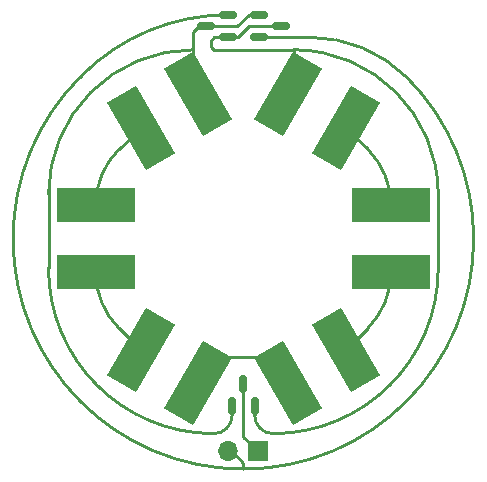
<source format=gbr>
%TF.GenerationSoftware,KiCad,Pcbnew,7.0.10-7.0.10~ubuntu20.04.1*%
%TF.CreationDate,2024-03-10T21:21:06+02:00*%
%TF.ProjectId,ReceiverSampleBoard,52656365-6976-4657-9253-616d706c6542,rev?*%
%TF.SameCoordinates,Original*%
%TF.FileFunction,Copper,L1,Top*%
%TF.FilePolarity,Positive*%
%FSLAX46Y46*%
G04 Gerber Fmt 4.6, Leading zero omitted, Abs format (unit mm)*
G04 Created by KiCad (PCBNEW 7.0.10-7.0.10~ubuntu20.04.1) date 2024-03-10 21:21:06*
%MOMM*%
%LPD*%
G01*
G04 APERTURE LIST*
G04 Aperture macros list*
%AMRoundRect*
0 Rectangle with rounded corners*
0 $1 Rounding radius*
0 $2 $3 $4 $5 $6 $7 $8 $9 X,Y pos of 4 corners*
0 Add a 4 corners polygon primitive as box body*
4,1,4,$2,$3,$4,$5,$6,$7,$8,$9,$2,$3,0*
0 Add four circle primitives for the rounded corners*
1,1,$1+$1,$2,$3*
1,1,$1+$1,$4,$5*
1,1,$1+$1,$6,$7*
1,1,$1+$1,$8,$9*
0 Add four rect primitives between the rounded corners*
20,1,$1+$1,$2,$3,$4,$5,0*
20,1,$1+$1,$4,$5,$6,$7,0*
20,1,$1+$1,$6,$7,$8,$9,0*
20,1,$1+$1,$8,$9,$2,$3,0*%
%AMRotRect*
0 Rectangle, with rotation*
0 The origin of the aperture is its center*
0 $1 length*
0 $2 width*
0 $3 Rotation angle, in degrees counterclockwise*
0 Add horizontal line*
21,1,$1,$2,0,0,$3*%
G04 Aperture macros list end*
%TA.AperFunction,SMDPad,CuDef*%
%ADD10RotRect,6.600000X2.850000X120.000000*%
%TD*%
%TA.AperFunction,SMDPad,CuDef*%
%ADD11R,6.600000X2.850000*%
%TD*%
%TA.AperFunction,SMDPad,CuDef*%
%ADD12RoundRect,0.150000X0.150000X-0.587500X0.150000X0.587500X-0.150000X0.587500X-0.150000X-0.587500X0*%
%TD*%
%TA.AperFunction,SMDPad,CuDef*%
%ADD13RotRect,6.600000X2.850000X240.000000*%
%TD*%
%TA.AperFunction,ComponentPad*%
%ADD14R,1.700000X1.700000*%
%TD*%
%TA.AperFunction,ComponentPad*%
%ADD15O,1.700000X1.700000*%
%TD*%
%TA.AperFunction,SMDPad,CuDef*%
%ADD16RoundRect,0.150000X-0.587500X-0.150000X0.587500X-0.150000X0.587500X0.150000X-0.587500X0.150000X0*%
%TD*%
%TA.AperFunction,SMDPad,CuDef*%
%ADD17RotRect,6.600000X2.850000X300.000000*%
%TD*%
%TA.AperFunction,SMDPad,CuDef*%
%ADD18RotRect,6.600000X2.850000X60.000000*%
%TD*%
%TA.AperFunction,SMDPad,CuDef*%
%ADD19RoundRect,0.150000X0.587500X0.150000X-0.587500X0.150000X-0.587500X-0.150000X0.587500X-0.150000X0*%
%TD*%
%TA.AperFunction,Conductor*%
%ADD20C,0.250000*%
%TD*%
G04 APERTURE END LIST*
D10*
%TO.P,L1,1,1*%
%TO.N,Net-(Q1-G)*%
X96192466Y-87764523D03*
%TO.P,L1,2,2*%
%TO.N,Net-(L1-Pad2)*%
X91299422Y-90589523D03*
%TD*%
D11*
%TO.P,L2,1,1*%
%TO.N,Net-(L1-Pad2)*%
X87491889Y-97179682D03*
%TO.P,L2,2,2*%
%TO.N,Net-(L2-Pad2)*%
X87491889Y-102829682D03*
%TD*%
D12*
%TO.P,D1,1*%
%TO.N,Net-(Q1-G)*%
X99050000Y-114187500D03*
%TO.P,D1,2*%
%TO.N,Net-(Q1-D)*%
X100950000Y-114187500D03*
%TO.P,D1,3*%
%TO.N,Net-(J1-Pin_1)*%
X100000000Y-112312500D03*
%TD*%
D11*
%TO.P,L5,1,1*%
%TO.N,Net-(L4-Pad2)*%
X112500000Y-102825000D03*
%TO.P,L5,2,2*%
%TO.N,Net-(L5-Pad2)*%
X112500000Y-97175000D03*
%TD*%
D13*
%TO.P,L3,1,1*%
%TO.N,Net-(L2-Pad2)*%
X91295367Y-109417500D03*
%TO.P,L3,2,2*%
%TO.N,Net-(L3-Pad2)*%
X96188411Y-112242500D03*
%TD*%
D14*
%TO.P,J1,1,Pin_1*%
%TO.N,Net-(J1-Pin_1)*%
X101270000Y-118000000D03*
D15*
%TO.P,J1,2,Pin_2*%
%TO.N,GND*%
X98730000Y-118000000D03*
%TD*%
D16*
%TO.P,Q1,1,G*%
%TO.N,Net-(Q1-G)*%
X101312500Y-81050000D03*
%TO.P,Q1,2,S*%
%TO.N,GND*%
X101312500Y-82950000D03*
%TO.P,Q1,3,D*%
%TO.N,Net-(Q1-D)*%
X103187500Y-82000000D03*
%TD*%
D17*
%TO.P,L4,1,1*%
%TO.N,Net-(L3-Pad2)*%
X103799422Y-112240158D03*
%TO.P,L4,2,2*%
%TO.N,Net-(L4-Pad2)*%
X108692466Y-109415158D03*
%TD*%
D18*
%TO.P,L6,1,1*%
%TO.N,Net-(L5-Pad2)*%
X108696522Y-90587182D03*
%TO.P,L6,2,2*%
%TO.N,Net-(Q1-D)*%
X103803478Y-87762182D03*
%TD*%
D19*
%TO.P,Q2,1,G*%
%TO.N,Net-(Q1-D)*%
X98687500Y-82950000D03*
%TO.P,Q2,2,S*%
%TO.N,GND*%
X98687500Y-81050000D03*
%TO.P,Q2,3,D*%
%TO.N,Net-(Q1-G)*%
X96812500Y-82000000D03*
%TD*%
D20*
%TO.N,Net-(J1-Pin_1)*%
X101270000Y-118000000D02*
X101250000Y-118000000D01*
X100000000Y-116750000D02*
X100000000Y-112312500D01*
X101250000Y-118000000D02*
X100000000Y-116750000D01*
%TO.N,GND*%
X86156854Y-86343146D02*
X86332314Y-86167686D01*
X100000000Y-119500000D02*
X100000000Y-119000000D01*
X99000000Y-118000000D02*
X98730000Y-118000000D01*
X105651367Y-82950000D02*
X101312500Y-82950000D01*
X100000000Y-119000000D02*
X99000000Y-118000000D01*
X100000000Y-119500000D02*
G75*
G03*
X119500000Y-100000000I0J19500000D01*
G01*
X119500002Y-100000000D02*
G75*
G03*
X113843146Y-86343146I-19313702J0D01*
G01*
X98687500Y-81050009D02*
G75*
G03*
X86332314Y-86167686I0J-17472891D01*
G01*
X80500000Y-100000000D02*
G75*
G03*
X100000000Y-119500000I19500000J0D01*
G01*
X86156856Y-86343148D02*
G75*
G03*
X80500000Y-100000000I13656844J-13656852D01*
G01*
X113843157Y-86343135D02*
G75*
G03*
X105651367Y-82950000I-8191757J-8191765D01*
G01*
%TO.N,Net-(Q1-D)*%
X97500000Y-84000000D02*
X104250000Y-84000000D01*
X100950000Y-114950000D02*
X100950000Y-114187500D01*
X97250000Y-83250000D02*
X97250000Y-83750000D01*
X116500000Y-96250000D02*
X116500000Y-102500000D01*
X100500000Y-82000000D02*
X99550000Y-82950000D01*
X104250000Y-87315660D02*
X103803478Y-87762182D01*
X99550000Y-82950000D02*
X98687500Y-82950000D01*
X104250000Y-84000000D02*
X104250000Y-87315660D01*
X97550000Y-82950000D02*
X97250000Y-83250000D01*
X103187500Y-82000000D02*
X100500000Y-82000000D01*
X97250000Y-83750000D02*
X97500000Y-84000000D01*
X98687500Y-82950000D02*
X97550000Y-82950000D01*
X100950000Y-114950000D02*
G75*
G03*
X102500000Y-116500000I1550000J0D01*
G01*
X102500000Y-116500000D02*
G75*
G03*
X116500000Y-102500000I0J14000000D01*
G01*
X116500000Y-96250000D02*
G75*
G03*
X104250000Y-84000000I-12250000J0D01*
G01*
%TO.N,Net-(Q1-G)*%
X95750000Y-82500000D02*
X96250000Y-82000000D01*
X99050000Y-114950000D02*
X99050000Y-114187500D01*
X99500000Y-82000000D02*
X96812500Y-82000000D01*
X96192466Y-87764523D02*
X95750000Y-87322057D01*
X101312500Y-81050000D02*
X100450000Y-81050000D01*
X95750000Y-83500000D02*
X95750000Y-82500000D01*
X83500000Y-95750022D02*
X83500000Y-102500000D01*
X100450000Y-81050000D02*
X99500000Y-82000000D01*
X95750000Y-87322057D02*
X95750000Y-83500000D01*
X96250000Y-82000000D02*
X96812500Y-82000000D01*
X95750000Y-84000000D02*
G75*
G03*
X83500000Y-96250022I0J-12250000D01*
G01*
X83500000Y-102500000D02*
G75*
G03*
X97500000Y-116500000I14000000J0D01*
G01*
X97500000Y-116500000D02*
G75*
G03*
X99050000Y-114950000I0J1550000D01*
G01*
%TO.N,Net-(L1-Pad2)*%
X91299422Y-90589523D02*
X89459503Y-92429442D01*
X89459521Y-92429460D02*
G75*
G03*
X87491889Y-97179682I4750179J-4750240D01*
G01*
%TO.N,Net-(L2-Pad2)*%
X91295367Y-109417500D02*
X89460715Y-107582848D01*
X87491908Y-102829682D02*
G75*
G03*
X89460715Y-107582848I6721992J-18D01*
G01*
%TO.N,Net-(L3-Pad2)*%
X98430911Y-110000000D02*
X101559264Y-110000000D01*
X96188411Y-112242500D02*
X98430911Y-110000000D01*
X101559264Y-110000000D02*
X103799422Y-112240158D01*
%TO.N,Net-(L4-Pad2)*%
X108692466Y-109415158D02*
X110532388Y-107575236D01*
X110532378Y-107575226D02*
G75*
G03*
X112500000Y-102825000I-4750178J4750226D01*
G01*
%TO.N,Net-(L5-Pad2)*%
X108696522Y-90587182D02*
X110531174Y-92421834D01*
X112499997Y-97175000D02*
G75*
G03*
X110531174Y-92421834I-6721997J0D01*
G01*
%TD*%
M02*

</source>
